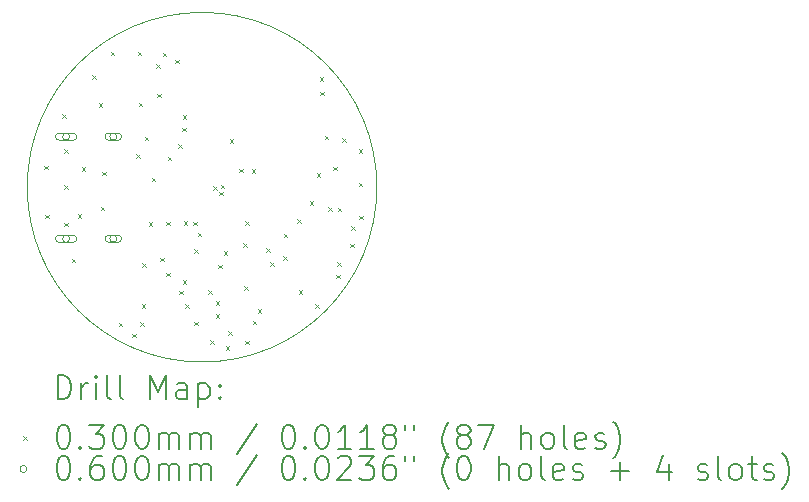
<source format=gbr>
%TF.GenerationSoftware,KiCad,Pcbnew,8.0.6*%
%TF.CreationDate,2025-07-21T23:48:52+02:00*%
%TF.ProjectId,nRF5340,6e524635-3334-4302-9e6b-696361645f70,rev?*%
%TF.SameCoordinates,Original*%
%TF.FileFunction,Drillmap*%
%TF.FilePolarity,Positive*%
%FSLAX45Y45*%
G04 Gerber Fmt 4.5, Leading zero omitted, Abs format (unit mm)*
G04 Created by KiCad (PCBNEW 8.0.6) date 2025-07-21 23:48:52*
%MOMM*%
%LPD*%
G01*
G04 APERTURE LIST*
%ADD10C,0.050000*%
%ADD11C,0.200000*%
%ADD12C,0.100000*%
G04 APERTURE END LIST*
D10*
X16492500Y-12377500D02*
G75*
G02*
X13532500Y-12377500I-1480000J0D01*
G01*
X13532500Y-12377500D02*
G75*
G02*
X16492500Y-12377500I1480000J0D01*
G01*
D11*
D12*
X13677500Y-12197500D02*
X13707500Y-12227500D01*
X13707500Y-12197500D02*
X13677500Y-12227500D01*
X13682500Y-12610000D02*
X13712500Y-12640000D01*
X13712500Y-12610000D02*
X13682500Y-12640000D01*
X13827500Y-11757500D02*
X13857500Y-11787500D01*
X13857500Y-11757500D02*
X13827500Y-11787500D01*
X13845000Y-12057500D02*
X13875000Y-12087500D01*
X13875000Y-12057500D02*
X13845000Y-12087500D01*
X13845000Y-12362500D02*
X13875000Y-12392500D01*
X13875000Y-12362500D02*
X13845000Y-12392500D01*
X13845000Y-12680000D02*
X13875000Y-12710000D01*
X13875000Y-12680000D02*
X13845000Y-12710000D01*
X13910000Y-12982500D02*
X13940000Y-13012500D01*
X13940000Y-12982500D02*
X13910000Y-13012500D01*
X13960000Y-12605000D02*
X13990000Y-12635000D01*
X13990000Y-12605000D02*
X13960000Y-12635000D01*
X13992500Y-12210000D02*
X14022500Y-12240000D01*
X14022500Y-12210000D02*
X13992500Y-12240000D01*
X14082500Y-11427500D02*
X14112500Y-11457500D01*
X14112500Y-11427500D02*
X14082500Y-11457500D01*
X14137500Y-11667500D02*
X14167500Y-11697500D01*
X14167500Y-11667500D02*
X14137500Y-11697500D01*
X14155000Y-12542500D02*
X14185000Y-12572500D01*
X14185000Y-12542500D02*
X14155000Y-12572500D01*
X14167500Y-12245000D02*
X14197500Y-12275000D01*
X14197500Y-12245000D02*
X14167500Y-12275000D01*
X14240000Y-11230000D02*
X14270000Y-11260000D01*
X14270000Y-11230000D02*
X14240000Y-11260000D01*
X14307500Y-13525000D02*
X14337500Y-13555000D01*
X14337500Y-13525000D02*
X14307500Y-13555000D01*
X14420000Y-13617500D02*
X14450000Y-13647500D01*
X14450000Y-13617500D02*
X14420000Y-13647500D01*
X14455000Y-12100000D02*
X14485000Y-12130000D01*
X14485000Y-12100000D02*
X14455000Y-12130000D01*
X14467500Y-11232500D02*
X14497500Y-11262500D01*
X14497500Y-11232500D02*
X14467500Y-11262500D01*
X14477500Y-11662500D02*
X14507500Y-11692500D01*
X14507500Y-11662500D02*
X14477500Y-11692500D01*
X14487500Y-13522500D02*
X14517500Y-13552500D01*
X14517500Y-13522500D02*
X14487500Y-13552500D01*
X14502500Y-13367500D02*
X14532500Y-13397500D01*
X14532500Y-13367500D02*
X14502500Y-13397500D01*
X14505000Y-13020000D02*
X14535000Y-13050000D01*
X14535000Y-13020000D02*
X14505000Y-13050000D01*
X14528750Y-11948750D02*
X14558750Y-11978750D01*
X14558750Y-11948750D02*
X14528750Y-11978750D01*
X14560000Y-12672500D02*
X14590000Y-12702500D01*
X14590000Y-12672500D02*
X14560000Y-12702500D01*
X14586250Y-12298750D02*
X14616250Y-12328750D01*
X14616250Y-12298750D02*
X14586250Y-12328750D01*
X14622500Y-11337500D02*
X14652500Y-11367500D01*
X14652500Y-11337500D02*
X14622500Y-11367500D01*
X14635000Y-11585000D02*
X14665000Y-11615000D01*
X14665000Y-11585000D02*
X14635000Y-11615000D01*
X14660000Y-12975000D02*
X14690000Y-13005000D01*
X14690000Y-12975000D02*
X14660000Y-13005000D01*
X14680000Y-11240000D02*
X14710000Y-11270000D01*
X14710000Y-11240000D02*
X14680000Y-11270000D01*
X14710000Y-12670000D02*
X14740000Y-12700000D01*
X14740000Y-12670000D02*
X14710000Y-12700000D01*
X14710000Y-13102500D02*
X14740000Y-13132500D01*
X14740000Y-13102500D02*
X14710000Y-13132500D01*
X14722500Y-12120000D02*
X14752500Y-12150000D01*
X14752500Y-12120000D02*
X14722500Y-12150000D01*
X14787500Y-11297500D02*
X14817500Y-11327500D01*
X14817500Y-11297500D02*
X14787500Y-11327500D01*
X14812500Y-12015000D02*
X14842500Y-12045000D01*
X14842500Y-12015000D02*
X14812500Y-12045000D01*
X14820000Y-13255000D02*
X14850000Y-13285000D01*
X14850000Y-13255000D02*
X14820000Y-13285000D01*
X14842500Y-11872500D02*
X14872500Y-11902500D01*
X14872500Y-11872500D02*
X14842500Y-11902500D01*
X14847500Y-11770000D02*
X14877500Y-11800000D01*
X14877500Y-11770000D02*
X14847500Y-11800000D01*
X14850000Y-13167500D02*
X14880000Y-13197500D01*
X14880000Y-13167500D02*
X14850000Y-13197500D01*
X14857500Y-12665000D02*
X14887500Y-12695000D01*
X14887500Y-12665000D02*
X14857500Y-12695000D01*
X14870000Y-13367430D02*
X14900000Y-13397430D01*
X14900000Y-13367430D02*
X14870000Y-13397430D01*
X14940000Y-12670000D02*
X14970000Y-12700000D01*
X14970000Y-12670000D02*
X14940000Y-12700000D01*
X14945000Y-12905000D02*
X14975000Y-12935000D01*
X14975000Y-12905000D02*
X14945000Y-12935000D01*
X14947500Y-13515000D02*
X14977500Y-13545000D01*
X14977500Y-13515000D02*
X14947500Y-13545000D01*
X14977500Y-12762500D02*
X15007500Y-12792500D01*
X15007500Y-12762500D02*
X14977500Y-12792500D01*
X15066215Y-13251215D02*
X15096215Y-13281215D01*
X15096215Y-13251215D02*
X15066215Y-13281215D01*
X15082500Y-13675000D02*
X15112500Y-13705000D01*
X15112500Y-13675000D02*
X15082500Y-13705000D01*
X15105000Y-12370000D02*
X15135000Y-12400000D01*
X15135000Y-12370000D02*
X15105000Y-12400000D01*
X15130000Y-13342500D02*
X15160000Y-13372500D01*
X15160000Y-13342500D02*
X15130000Y-13372500D01*
X15130000Y-13452500D02*
X15160000Y-13482500D01*
X15160000Y-13452500D02*
X15130000Y-13482500D01*
X15150000Y-13032500D02*
X15180000Y-13062500D01*
X15180000Y-13032500D02*
X15150000Y-13062500D01*
X15160000Y-12417500D02*
X15190000Y-12447500D01*
X15190000Y-12417500D02*
X15160000Y-12447500D01*
X15169748Y-12355765D02*
X15199748Y-12385765D01*
X15199748Y-12355765D02*
X15169748Y-12385765D01*
X15195000Y-12917500D02*
X15225000Y-12947500D01*
X15225000Y-12917500D02*
X15195000Y-12947500D01*
X15212500Y-13725000D02*
X15242500Y-13755000D01*
X15242500Y-13725000D02*
X15212500Y-13755000D01*
X15232500Y-13595000D02*
X15262500Y-13625000D01*
X15262500Y-13595000D02*
X15232500Y-13625000D01*
X15245000Y-11970000D02*
X15275000Y-12000000D01*
X15275000Y-11970000D02*
X15245000Y-12000000D01*
X15325000Y-12220000D02*
X15355000Y-12250000D01*
X15355000Y-12220000D02*
X15325000Y-12250000D01*
X15360000Y-12852500D02*
X15390000Y-12882500D01*
X15390000Y-12852500D02*
X15360000Y-12882500D01*
X15367430Y-13217430D02*
X15397430Y-13247430D01*
X15397430Y-13217430D02*
X15367430Y-13247430D01*
X15377500Y-13677500D02*
X15407500Y-13707500D01*
X15407500Y-13677500D02*
X15377500Y-13707500D01*
X15380000Y-12667500D02*
X15410000Y-12697500D01*
X15410000Y-12667500D02*
X15380000Y-12697500D01*
X15435000Y-12225000D02*
X15465000Y-12255000D01*
X15465000Y-12225000D02*
X15435000Y-12255000D01*
X15442500Y-13507500D02*
X15472500Y-13537500D01*
X15472500Y-13507500D02*
X15442500Y-13537500D01*
X15485000Y-13412500D02*
X15515000Y-13442500D01*
X15515000Y-13412500D02*
X15485000Y-13442500D01*
X15555000Y-12892500D02*
X15585000Y-12922500D01*
X15585000Y-12892500D02*
X15555000Y-12922500D01*
X15587500Y-13015000D02*
X15617500Y-13045000D01*
X15617500Y-13015000D02*
X15587500Y-13045000D01*
X15700000Y-12960000D02*
X15730000Y-12990000D01*
X15730000Y-12960000D02*
X15700000Y-12990000D01*
X15702500Y-12770000D02*
X15732500Y-12800000D01*
X15732500Y-12770000D02*
X15702500Y-12800000D01*
X15817500Y-12647500D02*
X15847500Y-12677500D01*
X15847500Y-12647500D02*
X15817500Y-12677500D01*
X15830000Y-13250000D02*
X15860000Y-13280000D01*
X15860000Y-13250000D02*
X15830000Y-13280000D01*
X15925000Y-12497500D02*
X15955000Y-12527500D01*
X15955000Y-12497500D02*
X15925000Y-12527500D01*
X15970000Y-13370000D02*
X16000000Y-13400000D01*
X16000000Y-13370000D02*
X15970000Y-13400000D01*
X15985000Y-12257500D02*
X16015000Y-12287500D01*
X16015000Y-12257500D02*
X15985000Y-12287500D01*
X16007500Y-11447500D02*
X16037500Y-11477500D01*
X16037500Y-11447500D02*
X16007500Y-11477500D01*
X16012500Y-11567500D02*
X16042500Y-11597500D01*
X16042500Y-11567500D02*
X16012500Y-11597500D01*
X16050000Y-11940000D02*
X16080000Y-11970000D01*
X16080000Y-11940000D02*
X16050000Y-11970000D01*
X16082500Y-12547500D02*
X16112500Y-12577500D01*
X16112500Y-12547500D02*
X16082500Y-12577500D01*
X16125000Y-12205000D02*
X16155000Y-12235000D01*
X16155000Y-12205000D02*
X16125000Y-12235000D01*
X16147500Y-13117500D02*
X16177500Y-13147500D01*
X16177500Y-13117500D02*
X16147500Y-13147500D01*
X16157500Y-13015000D02*
X16187500Y-13045000D01*
X16187500Y-13015000D02*
X16157500Y-13045000D01*
X16162500Y-12552500D02*
X16192500Y-12582500D01*
X16192500Y-12552500D02*
X16162500Y-12582500D01*
X16200000Y-11962500D02*
X16230000Y-11992500D01*
X16230000Y-11962500D02*
X16200000Y-11992500D01*
X16265000Y-12857500D02*
X16295000Y-12887500D01*
X16295000Y-12857500D02*
X16265000Y-12887500D01*
X16277500Y-12710000D02*
X16307500Y-12740000D01*
X16307500Y-12710000D02*
X16277500Y-12740000D01*
X16337500Y-12057500D02*
X16367500Y-12087500D01*
X16367500Y-12057500D02*
X16337500Y-12087500D01*
X16340000Y-12340000D02*
X16370000Y-12370000D01*
X16370000Y-12340000D02*
X16340000Y-12370000D01*
X16342500Y-12620000D02*
X16372500Y-12650000D01*
X16372500Y-12620000D02*
X16342500Y-12650000D01*
X13891250Y-11949575D02*
G75*
G02*
X13831250Y-11949575I-30000J0D01*
G01*
X13831250Y-11949575D02*
G75*
G02*
X13891250Y-11949575I30000J0D01*
G01*
X13921250Y-11919575D02*
X13801250Y-11919575D01*
X13801250Y-11979575D02*
G75*
G02*
X13801250Y-11919575I0J30000D01*
G01*
X13801250Y-11979575D02*
X13921250Y-11979575D01*
X13921250Y-11979575D02*
G75*
G03*
X13921250Y-11919575I0J30000D01*
G01*
X13891250Y-12813575D02*
G75*
G02*
X13831250Y-12813575I-30000J0D01*
G01*
X13831250Y-12813575D02*
G75*
G02*
X13891250Y-12813575I30000J0D01*
G01*
X13921250Y-12783575D02*
X13801250Y-12783575D01*
X13801250Y-12843575D02*
G75*
G02*
X13801250Y-12783575I0J30000D01*
G01*
X13801250Y-12843575D02*
X13921250Y-12843575D01*
X13921250Y-12843575D02*
G75*
G03*
X13921250Y-12783575I0J30000D01*
G01*
X14291250Y-11949575D02*
G75*
G02*
X14231250Y-11949575I-30000J0D01*
G01*
X14231250Y-11949575D02*
G75*
G02*
X14291250Y-11949575I30000J0D01*
G01*
X14301250Y-11919575D02*
X14221250Y-11919575D01*
X14221250Y-11979575D02*
G75*
G02*
X14221250Y-11919575I0J30000D01*
G01*
X14221250Y-11979575D02*
X14301250Y-11979575D01*
X14301250Y-11979575D02*
G75*
G03*
X14301250Y-11919575I0J30000D01*
G01*
X14291250Y-12813575D02*
G75*
G02*
X14231250Y-12813575I-30000J0D01*
G01*
X14231250Y-12813575D02*
G75*
G02*
X14291250Y-12813575I30000J0D01*
G01*
X14301250Y-12783575D02*
X14221250Y-12783575D01*
X14221250Y-12843575D02*
G75*
G02*
X14221250Y-12783575I0J30000D01*
G01*
X14221250Y-12843575D02*
X14301250Y-12843575D01*
X14301250Y-12843575D02*
G75*
G03*
X14301250Y-12783575I0J30000D01*
G01*
D11*
X13790777Y-14171484D02*
X13790777Y-13971484D01*
X13790777Y-13971484D02*
X13838396Y-13971484D01*
X13838396Y-13971484D02*
X13866967Y-13981008D01*
X13866967Y-13981008D02*
X13886015Y-14000055D01*
X13886015Y-14000055D02*
X13895539Y-14019103D01*
X13895539Y-14019103D02*
X13905062Y-14057198D01*
X13905062Y-14057198D02*
X13905062Y-14085769D01*
X13905062Y-14085769D02*
X13895539Y-14123865D01*
X13895539Y-14123865D02*
X13886015Y-14142912D01*
X13886015Y-14142912D02*
X13866967Y-14161960D01*
X13866967Y-14161960D02*
X13838396Y-14171484D01*
X13838396Y-14171484D02*
X13790777Y-14171484D01*
X13990777Y-14171484D02*
X13990777Y-14038150D01*
X13990777Y-14076246D02*
X14000301Y-14057198D01*
X14000301Y-14057198D02*
X14009824Y-14047674D01*
X14009824Y-14047674D02*
X14028872Y-14038150D01*
X14028872Y-14038150D02*
X14047920Y-14038150D01*
X14114586Y-14171484D02*
X14114586Y-14038150D01*
X14114586Y-13971484D02*
X14105062Y-13981008D01*
X14105062Y-13981008D02*
X14114586Y-13990531D01*
X14114586Y-13990531D02*
X14124110Y-13981008D01*
X14124110Y-13981008D02*
X14114586Y-13971484D01*
X14114586Y-13971484D02*
X14114586Y-13990531D01*
X14238396Y-14171484D02*
X14219348Y-14161960D01*
X14219348Y-14161960D02*
X14209824Y-14142912D01*
X14209824Y-14142912D02*
X14209824Y-13971484D01*
X14343158Y-14171484D02*
X14324110Y-14161960D01*
X14324110Y-14161960D02*
X14314586Y-14142912D01*
X14314586Y-14142912D02*
X14314586Y-13971484D01*
X14571729Y-14171484D02*
X14571729Y-13971484D01*
X14571729Y-13971484D02*
X14638396Y-14114341D01*
X14638396Y-14114341D02*
X14705062Y-13971484D01*
X14705062Y-13971484D02*
X14705062Y-14171484D01*
X14886015Y-14171484D02*
X14886015Y-14066722D01*
X14886015Y-14066722D02*
X14876491Y-14047674D01*
X14876491Y-14047674D02*
X14857443Y-14038150D01*
X14857443Y-14038150D02*
X14819348Y-14038150D01*
X14819348Y-14038150D02*
X14800301Y-14047674D01*
X14886015Y-14161960D02*
X14866967Y-14171484D01*
X14866967Y-14171484D02*
X14819348Y-14171484D01*
X14819348Y-14171484D02*
X14800301Y-14161960D01*
X14800301Y-14161960D02*
X14790777Y-14142912D01*
X14790777Y-14142912D02*
X14790777Y-14123865D01*
X14790777Y-14123865D02*
X14800301Y-14104817D01*
X14800301Y-14104817D02*
X14819348Y-14095293D01*
X14819348Y-14095293D02*
X14866967Y-14095293D01*
X14866967Y-14095293D02*
X14886015Y-14085769D01*
X14981253Y-14038150D02*
X14981253Y-14238150D01*
X14981253Y-14047674D02*
X15000301Y-14038150D01*
X15000301Y-14038150D02*
X15038396Y-14038150D01*
X15038396Y-14038150D02*
X15057443Y-14047674D01*
X15057443Y-14047674D02*
X15066967Y-14057198D01*
X15066967Y-14057198D02*
X15076491Y-14076246D01*
X15076491Y-14076246D02*
X15076491Y-14133388D01*
X15076491Y-14133388D02*
X15066967Y-14152436D01*
X15066967Y-14152436D02*
X15057443Y-14161960D01*
X15057443Y-14161960D02*
X15038396Y-14171484D01*
X15038396Y-14171484D02*
X15000301Y-14171484D01*
X15000301Y-14171484D02*
X14981253Y-14161960D01*
X15162205Y-14152436D02*
X15171729Y-14161960D01*
X15171729Y-14161960D02*
X15162205Y-14171484D01*
X15162205Y-14171484D02*
X15152682Y-14161960D01*
X15152682Y-14161960D02*
X15162205Y-14152436D01*
X15162205Y-14152436D02*
X15162205Y-14171484D01*
X15162205Y-14047674D02*
X15171729Y-14057198D01*
X15171729Y-14057198D02*
X15162205Y-14066722D01*
X15162205Y-14066722D02*
X15152682Y-14057198D01*
X15152682Y-14057198D02*
X15162205Y-14047674D01*
X15162205Y-14047674D02*
X15162205Y-14066722D01*
D12*
X13500000Y-14485000D02*
X13530000Y-14515000D01*
X13530000Y-14485000D02*
X13500000Y-14515000D01*
D11*
X13828872Y-14391484D02*
X13847920Y-14391484D01*
X13847920Y-14391484D02*
X13866967Y-14401008D01*
X13866967Y-14401008D02*
X13876491Y-14410531D01*
X13876491Y-14410531D02*
X13886015Y-14429579D01*
X13886015Y-14429579D02*
X13895539Y-14467674D01*
X13895539Y-14467674D02*
X13895539Y-14515293D01*
X13895539Y-14515293D02*
X13886015Y-14553388D01*
X13886015Y-14553388D02*
X13876491Y-14572436D01*
X13876491Y-14572436D02*
X13866967Y-14581960D01*
X13866967Y-14581960D02*
X13847920Y-14591484D01*
X13847920Y-14591484D02*
X13828872Y-14591484D01*
X13828872Y-14591484D02*
X13809824Y-14581960D01*
X13809824Y-14581960D02*
X13800301Y-14572436D01*
X13800301Y-14572436D02*
X13790777Y-14553388D01*
X13790777Y-14553388D02*
X13781253Y-14515293D01*
X13781253Y-14515293D02*
X13781253Y-14467674D01*
X13781253Y-14467674D02*
X13790777Y-14429579D01*
X13790777Y-14429579D02*
X13800301Y-14410531D01*
X13800301Y-14410531D02*
X13809824Y-14401008D01*
X13809824Y-14401008D02*
X13828872Y-14391484D01*
X13981253Y-14572436D02*
X13990777Y-14581960D01*
X13990777Y-14581960D02*
X13981253Y-14591484D01*
X13981253Y-14591484D02*
X13971729Y-14581960D01*
X13971729Y-14581960D02*
X13981253Y-14572436D01*
X13981253Y-14572436D02*
X13981253Y-14591484D01*
X14057443Y-14391484D02*
X14181253Y-14391484D01*
X14181253Y-14391484D02*
X14114586Y-14467674D01*
X14114586Y-14467674D02*
X14143158Y-14467674D01*
X14143158Y-14467674D02*
X14162205Y-14477198D01*
X14162205Y-14477198D02*
X14171729Y-14486722D01*
X14171729Y-14486722D02*
X14181253Y-14505769D01*
X14181253Y-14505769D02*
X14181253Y-14553388D01*
X14181253Y-14553388D02*
X14171729Y-14572436D01*
X14171729Y-14572436D02*
X14162205Y-14581960D01*
X14162205Y-14581960D02*
X14143158Y-14591484D01*
X14143158Y-14591484D02*
X14086015Y-14591484D01*
X14086015Y-14591484D02*
X14066967Y-14581960D01*
X14066967Y-14581960D02*
X14057443Y-14572436D01*
X14305062Y-14391484D02*
X14324110Y-14391484D01*
X14324110Y-14391484D02*
X14343158Y-14401008D01*
X14343158Y-14401008D02*
X14352682Y-14410531D01*
X14352682Y-14410531D02*
X14362205Y-14429579D01*
X14362205Y-14429579D02*
X14371729Y-14467674D01*
X14371729Y-14467674D02*
X14371729Y-14515293D01*
X14371729Y-14515293D02*
X14362205Y-14553388D01*
X14362205Y-14553388D02*
X14352682Y-14572436D01*
X14352682Y-14572436D02*
X14343158Y-14581960D01*
X14343158Y-14581960D02*
X14324110Y-14591484D01*
X14324110Y-14591484D02*
X14305062Y-14591484D01*
X14305062Y-14591484D02*
X14286015Y-14581960D01*
X14286015Y-14581960D02*
X14276491Y-14572436D01*
X14276491Y-14572436D02*
X14266967Y-14553388D01*
X14266967Y-14553388D02*
X14257443Y-14515293D01*
X14257443Y-14515293D02*
X14257443Y-14467674D01*
X14257443Y-14467674D02*
X14266967Y-14429579D01*
X14266967Y-14429579D02*
X14276491Y-14410531D01*
X14276491Y-14410531D02*
X14286015Y-14401008D01*
X14286015Y-14401008D02*
X14305062Y-14391484D01*
X14495539Y-14391484D02*
X14514586Y-14391484D01*
X14514586Y-14391484D02*
X14533634Y-14401008D01*
X14533634Y-14401008D02*
X14543158Y-14410531D01*
X14543158Y-14410531D02*
X14552682Y-14429579D01*
X14552682Y-14429579D02*
X14562205Y-14467674D01*
X14562205Y-14467674D02*
X14562205Y-14515293D01*
X14562205Y-14515293D02*
X14552682Y-14553388D01*
X14552682Y-14553388D02*
X14543158Y-14572436D01*
X14543158Y-14572436D02*
X14533634Y-14581960D01*
X14533634Y-14581960D02*
X14514586Y-14591484D01*
X14514586Y-14591484D02*
X14495539Y-14591484D01*
X14495539Y-14591484D02*
X14476491Y-14581960D01*
X14476491Y-14581960D02*
X14466967Y-14572436D01*
X14466967Y-14572436D02*
X14457443Y-14553388D01*
X14457443Y-14553388D02*
X14447920Y-14515293D01*
X14447920Y-14515293D02*
X14447920Y-14467674D01*
X14447920Y-14467674D02*
X14457443Y-14429579D01*
X14457443Y-14429579D02*
X14466967Y-14410531D01*
X14466967Y-14410531D02*
X14476491Y-14401008D01*
X14476491Y-14401008D02*
X14495539Y-14391484D01*
X14647920Y-14591484D02*
X14647920Y-14458150D01*
X14647920Y-14477198D02*
X14657443Y-14467674D01*
X14657443Y-14467674D02*
X14676491Y-14458150D01*
X14676491Y-14458150D02*
X14705063Y-14458150D01*
X14705063Y-14458150D02*
X14724110Y-14467674D01*
X14724110Y-14467674D02*
X14733634Y-14486722D01*
X14733634Y-14486722D02*
X14733634Y-14591484D01*
X14733634Y-14486722D02*
X14743158Y-14467674D01*
X14743158Y-14467674D02*
X14762205Y-14458150D01*
X14762205Y-14458150D02*
X14790777Y-14458150D01*
X14790777Y-14458150D02*
X14809824Y-14467674D01*
X14809824Y-14467674D02*
X14819348Y-14486722D01*
X14819348Y-14486722D02*
X14819348Y-14591484D01*
X14914586Y-14591484D02*
X14914586Y-14458150D01*
X14914586Y-14477198D02*
X14924110Y-14467674D01*
X14924110Y-14467674D02*
X14943158Y-14458150D01*
X14943158Y-14458150D02*
X14971729Y-14458150D01*
X14971729Y-14458150D02*
X14990777Y-14467674D01*
X14990777Y-14467674D02*
X15000301Y-14486722D01*
X15000301Y-14486722D02*
X15000301Y-14591484D01*
X15000301Y-14486722D02*
X15009824Y-14467674D01*
X15009824Y-14467674D02*
X15028872Y-14458150D01*
X15028872Y-14458150D02*
X15057443Y-14458150D01*
X15057443Y-14458150D02*
X15076491Y-14467674D01*
X15076491Y-14467674D02*
X15086015Y-14486722D01*
X15086015Y-14486722D02*
X15086015Y-14591484D01*
X15476491Y-14381960D02*
X15305063Y-14639103D01*
X15733634Y-14391484D02*
X15752682Y-14391484D01*
X15752682Y-14391484D02*
X15771729Y-14401008D01*
X15771729Y-14401008D02*
X15781253Y-14410531D01*
X15781253Y-14410531D02*
X15790777Y-14429579D01*
X15790777Y-14429579D02*
X15800301Y-14467674D01*
X15800301Y-14467674D02*
X15800301Y-14515293D01*
X15800301Y-14515293D02*
X15790777Y-14553388D01*
X15790777Y-14553388D02*
X15781253Y-14572436D01*
X15781253Y-14572436D02*
X15771729Y-14581960D01*
X15771729Y-14581960D02*
X15752682Y-14591484D01*
X15752682Y-14591484D02*
X15733634Y-14591484D01*
X15733634Y-14591484D02*
X15714586Y-14581960D01*
X15714586Y-14581960D02*
X15705063Y-14572436D01*
X15705063Y-14572436D02*
X15695539Y-14553388D01*
X15695539Y-14553388D02*
X15686015Y-14515293D01*
X15686015Y-14515293D02*
X15686015Y-14467674D01*
X15686015Y-14467674D02*
X15695539Y-14429579D01*
X15695539Y-14429579D02*
X15705063Y-14410531D01*
X15705063Y-14410531D02*
X15714586Y-14401008D01*
X15714586Y-14401008D02*
X15733634Y-14391484D01*
X15886015Y-14572436D02*
X15895539Y-14581960D01*
X15895539Y-14581960D02*
X15886015Y-14591484D01*
X15886015Y-14591484D02*
X15876491Y-14581960D01*
X15876491Y-14581960D02*
X15886015Y-14572436D01*
X15886015Y-14572436D02*
X15886015Y-14591484D01*
X16019348Y-14391484D02*
X16038396Y-14391484D01*
X16038396Y-14391484D02*
X16057444Y-14401008D01*
X16057444Y-14401008D02*
X16066967Y-14410531D01*
X16066967Y-14410531D02*
X16076491Y-14429579D01*
X16076491Y-14429579D02*
X16086015Y-14467674D01*
X16086015Y-14467674D02*
X16086015Y-14515293D01*
X16086015Y-14515293D02*
X16076491Y-14553388D01*
X16076491Y-14553388D02*
X16066967Y-14572436D01*
X16066967Y-14572436D02*
X16057444Y-14581960D01*
X16057444Y-14581960D02*
X16038396Y-14591484D01*
X16038396Y-14591484D02*
X16019348Y-14591484D01*
X16019348Y-14591484D02*
X16000301Y-14581960D01*
X16000301Y-14581960D02*
X15990777Y-14572436D01*
X15990777Y-14572436D02*
X15981253Y-14553388D01*
X15981253Y-14553388D02*
X15971729Y-14515293D01*
X15971729Y-14515293D02*
X15971729Y-14467674D01*
X15971729Y-14467674D02*
X15981253Y-14429579D01*
X15981253Y-14429579D02*
X15990777Y-14410531D01*
X15990777Y-14410531D02*
X16000301Y-14401008D01*
X16000301Y-14401008D02*
X16019348Y-14391484D01*
X16276491Y-14591484D02*
X16162206Y-14591484D01*
X16219348Y-14591484D02*
X16219348Y-14391484D01*
X16219348Y-14391484D02*
X16200301Y-14420055D01*
X16200301Y-14420055D02*
X16181253Y-14439103D01*
X16181253Y-14439103D02*
X16162206Y-14448627D01*
X16466967Y-14591484D02*
X16352682Y-14591484D01*
X16409825Y-14591484D02*
X16409825Y-14391484D01*
X16409825Y-14391484D02*
X16390777Y-14420055D01*
X16390777Y-14420055D02*
X16371729Y-14439103D01*
X16371729Y-14439103D02*
X16352682Y-14448627D01*
X16581253Y-14477198D02*
X16562206Y-14467674D01*
X16562206Y-14467674D02*
X16552682Y-14458150D01*
X16552682Y-14458150D02*
X16543158Y-14439103D01*
X16543158Y-14439103D02*
X16543158Y-14429579D01*
X16543158Y-14429579D02*
X16552682Y-14410531D01*
X16552682Y-14410531D02*
X16562206Y-14401008D01*
X16562206Y-14401008D02*
X16581253Y-14391484D01*
X16581253Y-14391484D02*
X16619348Y-14391484D01*
X16619348Y-14391484D02*
X16638396Y-14401008D01*
X16638396Y-14401008D02*
X16647920Y-14410531D01*
X16647920Y-14410531D02*
X16657444Y-14429579D01*
X16657444Y-14429579D02*
X16657444Y-14439103D01*
X16657444Y-14439103D02*
X16647920Y-14458150D01*
X16647920Y-14458150D02*
X16638396Y-14467674D01*
X16638396Y-14467674D02*
X16619348Y-14477198D01*
X16619348Y-14477198D02*
X16581253Y-14477198D01*
X16581253Y-14477198D02*
X16562206Y-14486722D01*
X16562206Y-14486722D02*
X16552682Y-14496246D01*
X16552682Y-14496246D02*
X16543158Y-14515293D01*
X16543158Y-14515293D02*
X16543158Y-14553388D01*
X16543158Y-14553388D02*
X16552682Y-14572436D01*
X16552682Y-14572436D02*
X16562206Y-14581960D01*
X16562206Y-14581960D02*
X16581253Y-14591484D01*
X16581253Y-14591484D02*
X16619348Y-14591484D01*
X16619348Y-14591484D02*
X16638396Y-14581960D01*
X16638396Y-14581960D02*
X16647920Y-14572436D01*
X16647920Y-14572436D02*
X16657444Y-14553388D01*
X16657444Y-14553388D02*
X16657444Y-14515293D01*
X16657444Y-14515293D02*
X16647920Y-14496246D01*
X16647920Y-14496246D02*
X16638396Y-14486722D01*
X16638396Y-14486722D02*
X16619348Y-14477198D01*
X16733634Y-14391484D02*
X16733634Y-14429579D01*
X16809825Y-14391484D02*
X16809825Y-14429579D01*
X17105063Y-14667674D02*
X17095539Y-14658150D01*
X17095539Y-14658150D02*
X17076491Y-14629579D01*
X17076491Y-14629579D02*
X17066968Y-14610531D01*
X17066968Y-14610531D02*
X17057444Y-14581960D01*
X17057444Y-14581960D02*
X17047920Y-14534341D01*
X17047920Y-14534341D02*
X17047920Y-14496246D01*
X17047920Y-14496246D02*
X17057444Y-14448627D01*
X17057444Y-14448627D02*
X17066968Y-14420055D01*
X17066968Y-14420055D02*
X17076491Y-14401008D01*
X17076491Y-14401008D02*
X17095539Y-14372436D01*
X17095539Y-14372436D02*
X17105063Y-14362912D01*
X17209825Y-14477198D02*
X17190777Y-14467674D01*
X17190777Y-14467674D02*
X17181253Y-14458150D01*
X17181253Y-14458150D02*
X17171730Y-14439103D01*
X17171730Y-14439103D02*
X17171730Y-14429579D01*
X17171730Y-14429579D02*
X17181253Y-14410531D01*
X17181253Y-14410531D02*
X17190777Y-14401008D01*
X17190777Y-14401008D02*
X17209825Y-14391484D01*
X17209825Y-14391484D02*
X17247920Y-14391484D01*
X17247920Y-14391484D02*
X17266968Y-14401008D01*
X17266968Y-14401008D02*
X17276491Y-14410531D01*
X17276491Y-14410531D02*
X17286015Y-14429579D01*
X17286015Y-14429579D02*
X17286015Y-14439103D01*
X17286015Y-14439103D02*
X17276491Y-14458150D01*
X17276491Y-14458150D02*
X17266968Y-14467674D01*
X17266968Y-14467674D02*
X17247920Y-14477198D01*
X17247920Y-14477198D02*
X17209825Y-14477198D01*
X17209825Y-14477198D02*
X17190777Y-14486722D01*
X17190777Y-14486722D02*
X17181253Y-14496246D01*
X17181253Y-14496246D02*
X17171730Y-14515293D01*
X17171730Y-14515293D02*
X17171730Y-14553388D01*
X17171730Y-14553388D02*
X17181253Y-14572436D01*
X17181253Y-14572436D02*
X17190777Y-14581960D01*
X17190777Y-14581960D02*
X17209825Y-14591484D01*
X17209825Y-14591484D02*
X17247920Y-14591484D01*
X17247920Y-14591484D02*
X17266968Y-14581960D01*
X17266968Y-14581960D02*
X17276491Y-14572436D01*
X17276491Y-14572436D02*
X17286015Y-14553388D01*
X17286015Y-14553388D02*
X17286015Y-14515293D01*
X17286015Y-14515293D02*
X17276491Y-14496246D01*
X17276491Y-14496246D02*
X17266968Y-14486722D01*
X17266968Y-14486722D02*
X17247920Y-14477198D01*
X17352682Y-14391484D02*
X17486015Y-14391484D01*
X17486015Y-14391484D02*
X17400301Y-14591484D01*
X17714587Y-14591484D02*
X17714587Y-14391484D01*
X17800301Y-14591484D02*
X17800301Y-14486722D01*
X17800301Y-14486722D02*
X17790777Y-14467674D01*
X17790777Y-14467674D02*
X17771730Y-14458150D01*
X17771730Y-14458150D02*
X17743158Y-14458150D01*
X17743158Y-14458150D02*
X17724111Y-14467674D01*
X17724111Y-14467674D02*
X17714587Y-14477198D01*
X17924111Y-14591484D02*
X17905063Y-14581960D01*
X17905063Y-14581960D02*
X17895539Y-14572436D01*
X17895539Y-14572436D02*
X17886015Y-14553388D01*
X17886015Y-14553388D02*
X17886015Y-14496246D01*
X17886015Y-14496246D02*
X17895539Y-14477198D01*
X17895539Y-14477198D02*
X17905063Y-14467674D01*
X17905063Y-14467674D02*
X17924111Y-14458150D01*
X17924111Y-14458150D02*
X17952682Y-14458150D01*
X17952682Y-14458150D02*
X17971730Y-14467674D01*
X17971730Y-14467674D02*
X17981253Y-14477198D01*
X17981253Y-14477198D02*
X17990777Y-14496246D01*
X17990777Y-14496246D02*
X17990777Y-14553388D01*
X17990777Y-14553388D02*
X17981253Y-14572436D01*
X17981253Y-14572436D02*
X17971730Y-14581960D01*
X17971730Y-14581960D02*
X17952682Y-14591484D01*
X17952682Y-14591484D02*
X17924111Y-14591484D01*
X18105063Y-14591484D02*
X18086015Y-14581960D01*
X18086015Y-14581960D02*
X18076492Y-14562912D01*
X18076492Y-14562912D02*
X18076492Y-14391484D01*
X18257444Y-14581960D02*
X18238396Y-14591484D01*
X18238396Y-14591484D02*
X18200301Y-14591484D01*
X18200301Y-14591484D02*
X18181253Y-14581960D01*
X18181253Y-14581960D02*
X18171730Y-14562912D01*
X18171730Y-14562912D02*
X18171730Y-14486722D01*
X18171730Y-14486722D02*
X18181253Y-14467674D01*
X18181253Y-14467674D02*
X18200301Y-14458150D01*
X18200301Y-14458150D02*
X18238396Y-14458150D01*
X18238396Y-14458150D02*
X18257444Y-14467674D01*
X18257444Y-14467674D02*
X18266968Y-14486722D01*
X18266968Y-14486722D02*
X18266968Y-14505769D01*
X18266968Y-14505769D02*
X18171730Y-14524817D01*
X18343158Y-14581960D02*
X18362206Y-14591484D01*
X18362206Y-14591484D02*
X18400301Y-14591484D01*
X18400301Y-14591484D02*
X18419349Y-14581960D01*
X18419349Y-14581960D02*
X18428873Y-14562912D01*
X18428873Y-14562912D02*
X18428873Y-14553388D01*
X18428873Y-14553388D02*
X18419349Y-14534341D01*
X18419349Y-14534341D02*
X18400301Y-14524817D01*
X18400301Y-14524817D02*
X18371730Y-14524817D01*
X18371730Y-14524817D02*
X18352682Y-14515293D01*
X18352682Y-14515293D02*
X18343158Y-14496246D01*
X18343158Y-14496246D02*
X18343158Y-14486722D01*
X18343158Y-14486722D02*
X18352682Y-14467674D01*
X18352682Y-14467674D02*
X18371730Y-14458150D01*
X18371730Y-14458150D02*
X18400301Y-14458150D01*
X18400301Y-14458150D02*
X18419349Y-14467674D01*
X18495539Y-14667674D02*
X18505063Y-14658150D01*
X18505063Y-14658150D02*
X18524111Y-14629579D01*
X18524111Y-14629579D02*
X18533634Y-14610531D01*
X18533634Y-14610531D02*
X18543158Y-14581960D01*
X18543158Y-14581960D02*
X18552682Y-14534341D01*
X18552682Y-14534341D02*
X18552682Y-14496246D01*
X18552682Y-14496246D02*
X18543158Y-14448627D01*
X18543158Y-14448627D02*
X18533634Y-14420055D01*
X18533634Y-14420055D02*
X18524111Y-14401008D01*
X18524111Y-14401008D02*
X18505063Y-14372436D01*
X18505063Y-14372436D02*
X18495539Y-14362912D01*
D12*
X13530000Y-14764000D02*
G75*
G02*
X13470000Y-14764000I-30000J0D01*
G01*
X13470000Y-14764000D02*
G75*
G02*
X13530000Y-14764000I30000J0D01*
G01*
D11*
X13828872Y-14655484D02*
X13847920Y-14655484D01*
X13847920Y-14655484D02*
X13866967Y-14665008D01*
X13866967Y-14665008D02*
X13876491Y-14674531D01*
X13876491Y-14674531D02*
X13886015Y-14693579D01*
X13886015Y-14693579D02*
X13895539Y-14731674D01*
X13895539Y-14731674D02*
X13895539Y-14779293D01*
X13895539Y-14779293D02*
X13886015Y-14817388D01*
X13886015Y-14817388D02*
X13876491Y-14836436D01*
X13876491Y-14836436D02*
X13866967Y-14845960D01*
X13866967Y-14845960D02*
X13847920Y-14855484D01*
X13847920Y-14855484D02*
X13828872Y-14855484D01*
X13828872Y-14855484D02*
X13809824Y-14845960D01*
X13809824Y-14845960D02*
X13800301Y-14836436D01*
X13800301Y-14836436D02*
X13790777Y-14817388D01*
X13790777Y-14817388D02*
X13781253Y-14779293D01*
X13781253Y-14779293D02*
X13781253Y-14731674D01*
X13781253Y-14731674D02*
X13790777Y-14693579D01*
X13790777Y-14693579D02*
X13800301Y-14674531D01*
X13800301Y-14674531D02*
X13809824Y-14665008D01*
X13809824Y-14665008D02*
X13828872Y-14655484D01*
X13981253Y-14836436D02*
X13990777Y-14845960D01*
X13990777Y-14845960D02*
X13981253Y-14855484D01*
X13981253Y-14855484D02*
X13971729Y-14845960D01*
X13971729Y-14845960D02*
X13981253Y-14836436D01*
X13981253Y-14836436D02*
X13981253Y-14855484D01*
X14162205Y-14655484D02*
X14124110Y-14655484D01*
X14124110Y-14655484D02*
X14105062Y-14665008D01*
X14105062Y-14665008D02*
X14095539Y-14674531D01*
X14095539Y-14674531D02*
X14076491Y-14703103D01*
X14076491Y-14703103D02*
X14066967Y-14741198D01*
X14066967Y-14741198D02*
X14066967Y-14817388D01*
X14066967Y-14817388D02*
X14076491Y-14836436D01*
X14076491Y-14836436D02*
X14086015Y-14845960D01*
X14086015Y-14845960D02*
X14105062Y-14855484D01*
X14105062Y-14855484D02*
X14143158Y-14855484D01*
X14143158Y-14855484D02*
X14162205Y-14845960D01*
X14162205Y-14845960D02*
X14171729Y-14836436D01*
X14171729Y-14836436D02*
X14181253Y-14817388D01*
X14181253Y-14817388D02*
X14181253Y-14769769D01*
X14181253Y-14769769D02*
X14171729Y-14750722D01*
X14171729Y-14750722D02*
X14162205Y-14741198D01*
X14162205Y-14741198D02*
X14143158Y-14731674D01*
X14143158Y-14731674D02*
X14105062Y-14731674D01*
X14105062Y-14731674D02*
X14086015Y-14741198D01*
X14086015Y-14741198D02*
X14076491Y-14750722D01*
X14076491Y-14750722D02*
X14066967Y-14769769D01*
X14305062Y-14655484D02*
X14324110Y-14655484D01*
X14324110Y-14655484D02*
X14343158Y-14665008D01*
X14343158Y-14665008D02*
X14352682Y-14674531D01*
X14352682Y-14674531D02*
X14362205Y-14693579D01*
X14362205Y-14693579D02*
X14371729Y-14731674D01*
X14371729Y-14731674D02*
X14371729Y-14779293D01*
X14371729Y-14779293D02*
X14362205Y-14817388D01*
X14362205Y-14817388D02*
X14352682Y-14836436D01*
X14352682Y-14836436D02*
X14343158Y-14845960D01*
X14343158Y-14845960D02*
X14324110Y-14855484D01*
X14324110Y-14855484D02*
X14305062Y-14855484D01*
X14305062Y-14855484D02*
X14286015Y-14845960D01*
X14286015Y-14845960D02*
X14276491Y-14836436D01*
X14276491Y-14836436D02*
X14266967Y-14817388D01*
X14266967Y-14817388D02*
X14257443Y-14779293D01*
X14257443Y-14779293D02*
X14257443Y-14731674D01*
X14257443Y-14731674D02*
X14266967Y-14693579D01*
X14266967Y-14693579D02*
X14276491Y-14674531D01*
X14276491Y-14674531D02*
X14286015Y-14665008D01*
X14286015Y-14665008D02*
X14305062Y-14655484D01*
X14495539Y-14655484D02*
X14514586Y-14655484D01*
X14514586Y-14655484D02*
X14533634Y-14665008D01*
X14533634Y-14665008D02*
X14543158Y-14674531D01*
X14543158Y-14674531D02*
X14552682Y-14693579D01*
X14552682Y-14693579D02*
X14562205Y-14731674D01*
X14562205Y-14731674D02*
X14562205Y-14779293D01*
X14562205Y-14779293D02*
X14552682Y-14817388D01*
X14552682Y-14817388D02*
X14543158Y-14836436D01*
X14543158Y-14836436D02*
X14533634Y-14845960D01*
X14533634Y-14845960D02*
X14514586Y-14855484D01*
X14514586Y-14855484D02*
X14495539Y-14855484D01*
X14495539Y-14855484D02*
X14476491Y-14845960D01*
X14476491Y-14845960D02*
X14466967Y-14836436D01*
X14466967Y-14836436D02*
X14457443Y-14817388D01*
X14457443Y-14817388D02*
X14447920Y-14779293D01*
X14447920Y-14779293D02*
X14447920Y-14731674D01*
X14447920Y-14731674D02*
X14457443Y-14693579D01*
X14457443Y-14693579D02*
X14466967Y-14674531D01*
X14466967Y-14674531D02*
X14476491Y-14665008D01*
X14476491Y-14665008D02*
X14495539Y-14655484D01*
X14647920Y-14855484D02*
X14647920Y-14722150D01*
X14647920Y-14741198D02*
X14657443Y-14731674D01*
X14657443Y-14731674D02*
X14676491Y-14722150D01*
X14676491Y-14722150D02*
X14705063Y-14722150D01*
X14705063Y-14722150D02*
X14724110Y-14731674D01*
X14724110Y-14731674D02*
X14733634Y-14750722D01*
X14733634Y-14750722D02*
X14733634Y-14855484D01*
X14733634Y-14750722D02*
X14743158Y-14731674D01*
X14743158Y-14731674D02*
X14762205Y-14722150D01*
X14762205Y-14722150D02*
X14790777Y-14722150D01*
X14790777Y-14722150D02*
X14809824Y-14731674D01*
X14809824Y-14731674D02*
X14819348Y-14750722D01*
X14819348Y-14750722D02*
X14819348Y-14855484D01*
X14914586Y-14855484D02*
X14914586Y-14722150D01*
X14914586Y-14741198D02*
X14924110Y-14731674D01*
X14924110Y-14731674D02*
X14943158Y-14722150D01*
X14943158Y-14722150D02*
X14971729Y-14722150D01*
X14971729Y-14722150D02*
X14990777Y-14731674D01*
X14990777Y-14731674D02*
X15000301Y-14750722D01*
X15000301Y-14750722D02*
X15000301Y-14855484D01*
X15000301Y-14750722D02*
X15009824Y-14731674D01*
X15009824Y-14731674D02*
X15028872Y-14722150D01*
X15028872Y-14722150D02*
X15057443Y-14722150D01*
X15057443Y-14722150D02*
X15076491Y-14731674D01*
X15076491Y-14731674D02*
X15086015Y-14750722D01*
X15086015Y-14750722D02*
X15086015Y-14855484D01*
X15476491Y-14645960D02*
X15305063Y-14903103D01*
X15733634Y-14655484D02*
X15752682Y-14655484D01*
X15752682Y-14655484D02*
X15771729Y-14665008D01*
X15771729Y-14665008D02*
X15781253Y-14674531D01*
X15781253Y-14674531D02*
X15790777Y-14693579D01*
X15790777Y-14693579D02*
X15800301Y-14731674D01*
X15800301Y-14731674D02*
X15800301Y-14779293D01*
X15800301Y-14779293D02*
X15790777Y-14817388D01*
X15790777Y-14817388D02*
X15781253Y-14836436D01*
X15781253Y-14836436D02*
X15771729Y-14845960D01*
X15771729Y-14845960D02*
X15752682Y-14855484D01*
X15752682Y-14855484D02*
X15733634Y-14855484D01*
X15733634Y-14855484D02*
X15714586Y-14845960D01*
X15714586Y-14845960D02*
X15705063Y-14836436D01*
X15705063Y-14836436D02*
X15695539Y-14817388D01*
X15695539Y-14817388D02*
X15686015Y-14779293D01*
X15686015Y-14779293D02*
X15686015Y-14731674D01*
X15686015Y-14731674D02*
X15695539Y-14693579D01*
X15695539Y-14693579D02*
X15705063Y-14674531D01*
X15705063Y-14674531D02*
X15714586Y-14665008D01*
X15714586Y-14665008D02*
X15733634Y-14655484D01*
X15886015Y-14836436D02*
X15895539Y-14845960D01*
X15895539Y-14845960D02*
X15886015Y-14855484D01*
X15886015Y-14855484D02*
X15876491Y-14845960D01*
X15876491Y-14845960D02*
X15886015Y-14836436D01*
X15886015Y-14836436D02*
X15886015Y-14855484D01*
X16019348Y-14655484D02*
X16038396Y-14655484D01*
X16038396Y-14655484D02*
X16057444Y-14665008D01*
X16057444Y-14665008D02*
X16066967Y-14674531D01*
X16066967Y-14674531D02*
X16076491Y-14693579D01*
X16076491Y-14693579D02*
X16086015Y-14731674D01*
X16086015Y-14731674D02*
X16086015Y-14779293D01*
X16086015Y-14779293D02*
X16076491Y-14817388D01*
X16076491Y-14817388D02*
X16066967Y-14836436D01*
X16066967Y-14836436D02*
X16057444Y-14845960D01*
X16057444Y-14845960D02*
X16038396Y-14855484D01*
X16038396Y-14855484D02*
X16019348Y-14855484D01*
X16019348Y-14855484D02*
X16000301Y-14845960D01*
X16000301Y-14845960D02*
X15990777Y-14836436D01*
X15990777Y-14836436D02*
X15981253Y-14817388D01*
X15981253Y-14817388D02*
X15971729Y-14779293D01*
X15971729Y-14779293D02*
X15971729Y-14731674D01*
X15971729Y-14731674D02*
X15981253Y-14693579D01*
X15981253Y-14693579D02*
X15990777Y-14674531D01*
X15990777Y-14674531D02*
X16000301Y-14665008D01*
X16000301Y-14665008D02*
X16019348Y-14655484D01*
X16162206Y-14674531D02*
X16171729Y-14665008D01*
X16171729Y-14665008D02*
X16190777Y-14655484D01*
X16190777Y-14655484D02*
X16238396Y-14655484D01*
X16238396Y-14655484D02*
X16257444Y-14665008D01*
X16257444Y-14665008D02*
X16266967Y-14674531D01*
X16266967Y-14674531D02*
X16276491Y-14693579D01*
X16276491Y-14693579D02*
X16276491Y-14712627D01*
X16276491Y-14712627D02*
X16266967Y-14741198D01*
X16266967Y-14741198D02*
X16152682Y-14855484D01*
X16152682Y-14855484D02*
X16276491Y-14855484D01*
X16343158Y-14655484D02*
X16466967Y-14655484D01*
X16466967Y-14655484D02*
X16400301Y-14731674D01*
X16400301Y-14731674D02*
X16428872Y-14731674D01*
X16428872Y-14731674D02*
X16447920Y-14741198D01*
X16447920Y-14741198D02*
X16457444Y-14750722D01*
X16457444Y-14750722D02*
X16466967Y-14769769D01*
X16466967Y-14769769D02*
X16466967Y-14817388D01*
X16466967Y-14817388D02*
X16457444Y-14836436D01*
X16457444Y-14836436D02*
X16447920Y-14845960D01*
X16447920Y-14845960D02*
X16428872Y-14855484D01*
X16428872Y-14855484D02*
X16371729Y-14855484D01*
X16371729Y-14855484D02*
X16352682Y-14845960D01*
X16352682Y-14845960D02*
X16343158Y-14836436D01*
X16638396Y-14655484D02*
X16600301Y-14655484D01*
X16600301Y-14655484D02*
X16581253Y-14665008D01*
X16581253Y-14665008D02*
X16571729Y-14674531D01*
X16571729Y-14674531D02*
X16552682Y-14703103D01*
X16552682Y-14703103D02*
X16543158Y-14741198D01*
X16543158Y-14741198D02*
X16543158Y-14817388D01*
X16543158Y-14817388D02*
X16552682Y-14836436D01*
X16552682Y-14836436D02*
X16562206Y-14845960D01*
X16562206Y-14845960D02*
X16581253Y-14855484D01*
X16581253Y-14855484D02*
X16619348Y-14855484D01*
X16619348Y-14855484D02*
X16638396Y-14845960D01*
X16638396Y-14845960D02*
X16647920Y-14836436D01*
X16647920Y-14836436D02*
X16657444Y-14817388D01*
X16657444Y-14817388D02*
X16657444Y-14769769D01*
X16657444Y-14769769D02*
X16647920Y-14750722D01*
X16647920Y-14750722D02*
X16638396Y-14741198D01*
X16638396Y-14741198D02*
X16619348Y-14731674D01*
X16619348Y-14731674D02*
X16581253Y-14731674D01*
X16581253Y-14731674D02*
X16562206Y-14741198D01*
X16562206Y-14741198D02*
X16552682Y-14750722D01*
X16552682Y-14750722D02*
X16543158Y-14769769D01*
X16733634Y-14655484D02*
X16733634Y-14693579D01*
X16809825Y-14655484D02*
X16809825Y-14693579D01*
X17105063Y-14931674D02*
X17095539Y-14922150D01*
X17095539Y-14922150D02*
X17076491Y-14893579D01*
X17076491Y-14893579D02*
X17066968Y-14874531D01*
X17066968Y-14874531D02*
X17057444Y-14845960D01*
X17057444Y-14845960D02*
X17047920Y-14798341D01*
X17047920Y-14798341D02*
X17047920Y-14760246D01*
X17047920Y-14760246D02*
X17057444Y-14712627D01*
X17057444Y-14712627D02*
X17066968Y-14684055D01*
X17066968Y-14684055D02*
X17076491Y-14665008D01*
X17076491Y-14665008D02*
X17095539Y-14636436D01*
X17095539Y-14636436D02*
X17105063Y-14626912D01*
X17219349Y-14655484D02*
X17238396Y-14655484D01*
X17238396Y-14655484D02*
X17257444Y-14665008D01*
X17257444Y-14665008D02*
X17266968Y-14674531D01*
X17266968Y-14674531D02*
X17276491Y-14693579D01*
X17276491Y-14693579D02*
X17286015Y-14731674D01*
X17286015Y-14731674D02*
X17286015Y-14779293D01*
X17286015Y-14779293D02*
X17276491Y-14817388D01*
X17276491Y-14817388D02*
X17266968Y-14836436D01*
X17266968Y-14836436D02*
X17257444Y-14845960D01*
X17257444Y-14845960D02*
X17238396Y-14855484D01*
X17238396Y-14855484D02*
X17219349Y-14855484D01*
X17219349Y-14855484D02*
X17200301Y-14845960D01*
X17200301Y-14845960D02*
X17190777Y-14836436D01*
X17190777Y-14836436D02*
X17181253Y-14817388D01*
X17181253Y-14817388D02*
X17171730Y-14779293D01*
X17171730Y-14779293D02*
X17171730Y-14731674D01*
X17171730Y-14731674D02*
X17181253Y-14693579D01*
X17181253Y-14693579D02*
X17190777Y-14674531D01*
X17190777Y-14674531D02*
X17200301Y-14665008D01*
X17200301Y-14665008D02*
X17219349Y-14655484D01*
X17524111Y-14855484D02*
X17524111Y-14655484D01*
X17609825Y-14855484D02*
X17609825Y-14750722D01*
X17609825Y-14750722D02*
X17600301Y-14731674D01*
X17600301Y-14731674D02*
X17581253Y-14722150D01*
X17581253Y-14722150D02*
X17552682Y-14722150D01*
X17552682Y-14722150D02*
X17533634Y-14731674D01*
X17533634Y-14731674D02*
X17524111Y-14741198D01*
X17733634Y-14855484D02*
X17714587Y-14845960D01*
X17714587Y-14845960D02*
X17705063Y-14836436D01*
X17705063Y-14836436D02*
X17695539Y-14817388D01*
X17695539Y-14817388D02*
X17695539Y-14760246D01*
X17695539Y-14760246D02*
X17705063Y-14741198D01*
X17705063Y-14741198D02*
X17714587Y-14731674D01*
X17714587Y-14731674D02*
X17733634Y-14722150D01*
X17733634Y-14722150D02*
X17762206Y-14722150D01*
X17762206Y-14722150D02*
X17781253Y-14731674D01*
X17781253Y-14731674D02*
X17790777Y-14741198D01*
X17790777Y-14741198D02*
X17800301Y-14760246D01*
X17800301Y-14760246D02*
X17800301Y-14817388D01*
X17800301Y-14817388D02*
X17790777Y-14836436D01*
X17790777Y-14836436D02*
X17781253Y-14845960D01*
X17781253Y-14845960D02*
X17762206Y-14855484D01*
X17762206Y-14855484D02*
X17733634Y-14855484D01*
X17914587Y-14855484D02*
X17895539Y-14845960D01*
X17895539Y-14845960D02*
X17886015Y-14826912D01*
X17886015Y-14826912D02*
X17886015Y-14655484D01*
X18066968Y-14845960D02*
X18047920Y-14855484D01*
X18047920Y-14855484D02*
X18009825Y-14855484D01*
X18009825Y-14855484D02*
X17990777Y-14845960D01*
X17990777Y-14845960D02*
X17981253Y-14826912D01*
X17981253Y-14826912D02*
X17981253Y-14750722D01*
X17981253Y-14750722D02*
X17990777Y-14731674D01*
X17990777Y-14731674D02*
X18009825Y-14722150D01*
X18009825Y-14722150D02*
X18047920Y-14722150D01*
X18047920Y-14722150D02*
X18066968Y-14731674D01*
X18066968Y-14731674D02*
X18076492Y-14750722D01*
X18076492Y-14750722D02*
X18076492Y-14769769D01*
X18076492Y-14769769D02*
X17981253Y-14788817D01*
X18152682Y-14845960D02*
X18171730Y-14855484D01*
X18171730Y-14855484D02*
X18209825Y-14855484D01*
X18209825Y-14855484D02*
X18228873Y-14845960D01*
X18228873Y-14845960D02*
X18238396Y-14826912D01*
X18238396Y-14826912D02*
X18238396Y-14817388D01*
X18238396Y-14817388D02*
X18228873Y-14798341D01*
X18228873Y-14798341D02*
X18209825Y-14788817D01*
X18209825Y-14788817D02*
X18181253Y-14788817D01*
X18181253Y-14788817D02*
X18162206Y-14779293D01*
X18162206Y-14779293D02*
X18152682Y-14760246D01*
X18152682Y-14760246D02*
X18152682Y-14750722D01*
X18152682Y-14750722D02*
X18162206Y-14731674D01*
X18162206Y-14731674D02*
X18181253Y-14722150D01*
X18181253Y-14722150D02*
X18209825Y-14722150D01*
X18209825Y-14722150D02*
X18228873Y-14731674D01*
X18476492Y-14779293D02*
X18628873Y-14779293D01*
X18552682Y-14855484D02*
X18552682Y-14703103D01*
X18962206Y-14722150D02*
X18962206Y-14855484D01*
X18914587Y-14645960D02*
X18866968Y-14788817D01*
X18866968Y-14788817D02*
X18990777Y-14788817D01*
X19209825Y-14845960D02*
X19228873Y-14855484D01*
X19228873Y-14855484D02*
X19266968Y-14855484D01*
X19266968Y-14855484D02*
X19286016Y-14845960D01*
X19286016Y-14845960D02*
X19295539Y-14826912D01*
X19295539Y-14826912D02*
X19295539Y-14817388D01*
X19295539Y-14817388D02*
X19286016Y-14798341D01*
X19286016Y-14798341D02*
X19266968Y-14788817D01*
X19266968Y-14788817D02*
X19238396Y-14788817D01*
X19238396Y-14788817D02*
X19219349Y-14779293D01*
X19219349Y-14779293D02*
X19209825Y-14760246D01*
X19209825Y-14760246D02*
X19209825Y-14750722D01*
X19209825Y-14750722D02*
X19219349Y-14731674D01*
X19219349Y-14731674D02*
X19238396Y-14722150D01*
X19238396Y-14722150D02*
X19266968Y-14722150D01*
X19266968Y-14722150D02*
X19286016Y-14731674D01*
X19409825Y-14855484D02*
X19390777Y-14845960D01*
X19390777Y-14845960D02*
X19381254Y-14826912D01*
X19381254Y-14826912D02*
X19381254Y-14655484D01*
X19514587Y-14855484D02*
X19495539Y-14845960D01*
X19495539Y-14845960D02*
X19486016Y-14836436D01*
X19486016Y-14836436D02*
X19476492Y-14817388D01*
X19476492Y-14817388D02*
X19476492Y-14760246D01*
X19476492Y-14760246D02*
X19486016Y-14741198D01*
X19486016Y-14741198D02*
X19495539Y-14731674D01*
X19495539Y-14731674D02*
X19514587Y-14722150D01*
X19514587Y-14722150D02*
X19543158Y-14722150D01*
X19543158Y-14722150D02*
X19562206Y-14731674D01*
X19562206Y-14731674D02*
X19571730Y-14741198D01*
X19571730Y-14741198D02*
X19581254Y-14760246D01*
X19581254Y-14760246D02*
X19581254Y-14817388D01*
X19581254Y-14817388D02*
X19571730Y-14836436D01*
X19571730Y-14836436D02*
X19562206Y-14845960D01*
X19562206Y-14845960D02*
X19543158Y-14855484D01*
X19543158Y-14855484D02*
X19514587Y-14855484D01*
X19638397Y-14722150D02*
X19714587Y-14722150D01*
X19666968Y-14655484D02*
X19666968Y-14826912D01*
X19666968Y-14826912D02*
X19676492Y-14845960D01*
X19676492Y-14845960D02*
X19695539Y-14855484D01*
X19695539Y-14855484D02*
X19714587Y-14855484D01*
X19771730Y-14845960D02*
X19790777Y-14855484D01*
X19790777Y-14855484D02*
X19828873Y-14855484D01*
X19828873Y-14855484D02*
X19847920Y-14845960D01*
X19847920Y-14845960D02*
X19857444Y-14826912D01*
X19857444Y-14826912D02*
X19857444Y-14817388D01*
X19857444Y-14817388D02*
X19847920Y-14798341D01*
X19847920Y-14798341D02*
X19828873Y-14788817D01*
X19828873Y-14788817D02*
X19800301Y-14788817D01*
X19800301Y-14788817D02*
X19781254Y-14779293D01*
X19781254Y-14779293D02*
X19771730Y-14760246D01*
X19771730Y-14760246D02*
X19771730Y-14750722D01*
X19771730Y-14750722D02*
X19781254Y-14731674D01*
X19781254Y-14731674D02*
X19800301Y-14722150D01*
X19800301Y-14722150D02*
X19828873Y-14722150D01*
X19828873Y-14722150D02*
X19847920Y-14731674D01*
X19924111Y-14931674D02*
X19933635Y-14922150D01*
X19933635Y-14922150D02*
X19952682Y-14893579D01*
X19952682Y-14893579D02*
X19962206Y-14874531D01*
X19962206Y-14874531D02*
X19971730Y-14845960D01*
X19971730Y-14845960D02*
X19981254Y-14798341D01*
X19981254Y-14798341D02*
X19981254Y-14760246D01*
X19981254Y-14760246D02*
X19971730Y-14712627D01*
X19971730Y-14712627D02*
X19962206Y-14684055D01*
X19962206Y-14684055D02*
X19952682Y-14665008D01*
X19952682Y-14665008D02*
X19933635Y-14636436D01*
X19933635Y-14636436D02*
X19924111Y-14626912D01*
M02*

</source>
